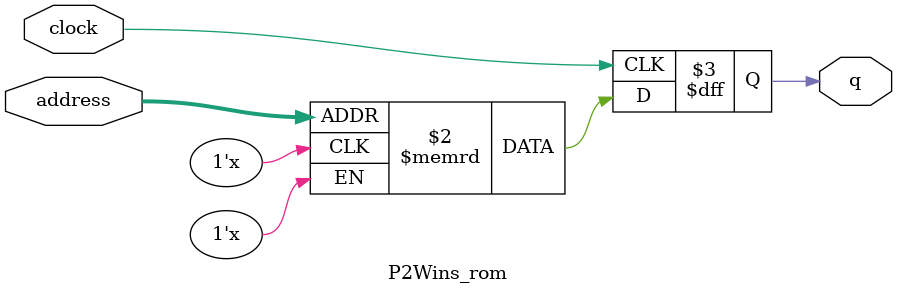
<source format=sv>
module P2Wins_rom (
	input logic clock,
	input logic [17:0] address,
	output logic [0:0] q
);

logic [0:0] memory [0:172799] /* synthesis ram_init_file = "./P2Wins/P2Wins.mif" */;

always_ff @ (posedge clock) begin
	q <= memory[address];
end

endmodule

</source>
